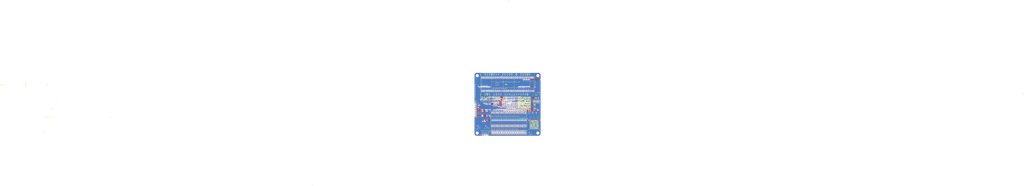
<source format=kicad_pcb>
(kicad_pcb (version 20240108) (generator "pcbnew") (generator_version "8.0")
  (layers (0 "F.Cu" signal) (31 "B.Cu" signal) (34 "B.Paste" user) (35 "F.Paste" user) (36 "B.SilkS" user "B.Silkscreen") (37 "F.SilkS" user "F.Silkscreen") (38 "B.Mask" user) (39 "F.Mask" user) (44 "Edge.Cuts" user))
  (net 0 "")
  (net 1 "GND")
  (net 2 "3V3")
  (net 3 "VCC_SRAM")
  (net 4 "Net-(D3-A)")
  (net 5 "Net-(J3-Pin_4)")
  (net 6 "Net-(D1-A)")
  (net 7 "Net-(J3-Pin_7)")
  (net 8 "Net-(D2-A)")
  (net 9 "EXT_CLK_ACTIVE_LED")
  (net 10 "TEENSY_LISTENING")
  (net 11 "Net-(J3-Pin_3)")
  (net 12 "RESET_CPU_PIN")
  (net 13 "Net-(J3-Pin_5)")
  (net 14 "EXTRA_PIN_1")
  (net 15 "Net-(J3-Pin_6)")
  (net 16 "EXTRA_PIN_2")
  (net 17 "EXT_CLK_PIN")
  (net 18 "Net-(J3-Pin_2)")
  (net 19 "Net-(D31-A)")
  (net 20 "Net-(D32-A)")
  (net 21 "Net-(D33-A)")
  (net 22 "Net-(D34-A)")
  (net 23 "Net-(D35-A)")
  (net 24 "GPIO2_16_LS")
  (net 25 "GPIO1_21_LS")
  (net 26 "GPIO1_17_LS")
  (net 27 "GPIO1_23_LS")
  (net 28 "GPIO2_3_LS")
  (net 29 "GPIO1_28_LS")
  (net 30 "GPIO1_20_LS")
  (net 31 "GPIO2_12_LS")
  (net 32 "GPIO1_18_LS")
  (net 33 "GPIO2_0_LS")
  (net 34 "GPIO1_12_LS")
  (net 35 "GPIO1_22_LS")
  (net 36 "GPIO1_13_LS")
  (net 37 "GPIO1_27_LS")
  (net 38 "GPIO2_28_LS")
  (net 39 "GPIO1_25_LS")
  (net 40 "GPIO2_29_LS")
  (net 41 "GPIO2_1_LS")
  (net 42 "GPIO1_29_LS")
  (net 43 "GPIO2_11_LS")
  (net 44 "GPIO1_2_LS")
  (net 45 "GPIO1_16_LS")
  (net 46 "GPIO2_2_LS")
  (net 47 "GPIO1_26_LS")
  (net 48 "GPIO2_10_LS")
  (net 49 "GPIO1_30_LS")
  (net 50 "GPIO1_24_LS")
  (net 51 "GPIO1_31_LS")
  (net 52 "GPIO1_3_LS")
  (net 53 "GPIO1_19_LS")
  (net 54 "GPIO1_2")
  (net 55 "GPIO1_3")
  (net 56 "GPIO1_12")
  (net 57 "GPIO1_13")
  (net 58 "GPIO1_16")
  (net 59 "GPIO1_17")
  (net 60 "GPIO1_18")
  (net 61 "GPIO1_19")
  (net 62 "GPIO1_20")
  (net 63 "GPIO1_21")
  (net 64 "GPIO1_22")
  (net 65 "GPIO1_23")
  (net 66 "GPIO1_24")
  (net 67 "GPIO1_25")
  (net 68 "GPIO1_26")
  (net 69 "GPIO1_27")
  (net 70 "GPIO1_28")
  (net 71 "GPIO1_29")
  (net 72 "GPIO1_30")
  (net 73 "GPIO1_31")
  (net 74 "GPIO2_0")
  (net 75 "GPIO2_1")
  (net 76 "GPIO2_2")
  (net 77 "GPIO2_3")
  (net 78 "GPIO2_10")
  (net 79 "GPIO2_11")
  (net 80 "GPIO2_12")
  (net 81 "GPIO2_16")
  (net 82 "GPIO2_28")
  (net 83 "GPIO2_29")
  (net 85 "5V")
  (net 86 "5V_control")
  (net 87 "Net-(J1-Pin_1)")
  (net 88 "Net-(J1-Pin_2)")
  (net 89 "EXTRA_PIN_3")
  (net 90 "RX7")
  (net 91 "TX7")
  (net 92 "HIGH_SPEED_CLK_ACTIVE_LED")
  (net 93 "EXTRA_PIN_4")
  (net 94 "Net-(Q2-G)")
  (footprint "Resistor_SMD:R_0603_1608Metric" (layer "F.Cu") (at 144.018 87.947 -90)
    (property "Reference" "R8")
    (property "Value" "330R")
  )
  (footprint "Resistor_SMD:R_0603_1608Metric" (layer "F.Cu") (at 146.558 65.215 90)
    (property "Reference" "R26")
    (property "Value" "330R")
  )
  (footprint "Resistor_SMD:R_0603_1608Metric" (layer "F.Cu") (at 151.638 65.215 -90)
    (property "Reference" "R42")
    (property "Value" "330R")
  )
  (footprint "Resistor_SMD:R_0603_1608Metric" (layer "F.Cu") (at 144.018 65.215 90)
    (property "Reference" "R21")
    (property "Value" "330R")
  )
  (footprint "Resistor_SMD:R_0603_1608Metric" (layer "F.Cu") (at 113.538 87.947 90)
    (property "Reference" "R41")
    (property "Value" "330R")
  )
  (footprint "Package_TO_SOT_SMD:TSOT-23" (layer "F.Cu") (at 172.974 88.392 -90)
    (property "Reference" "Q2")
    (property "Value" "Q_PMOS_GSD")
  )
  (footprint "Resistor_SMD:R_0603_1608Metric" (layer "F.Cu") (at 166.878 87.947 90)
    (property "Reference" "R95")
    (property "Value" "330R")
  )
  (footprint "Resistor_SMD:R_0603_1608Metric" (layer "F.Cu") (at 177.038 109.157 90)
    (property "Reference" "R99")
    (property "Value" "330R")
  )
  (footprint "images:clippers_QR_2" (layer "F.Cu") (at 172.974 122.174)
    (property "Reference" "G***" (hide yes))
    (property "Value" "LOGO" (hide yes))
  )
  (footprint "teensy.pretty-master:Teensy41" (layer "F.Cu") (at 142.764 76.396 180)
    (property "Reference" "U1")
    (property "Value" "Teensy4.1")
  )
  (footprint "Resistor_SMD:R_0603_1608Metric" (layer "F.Cu") (at 126.238 65.215 90)
    (property "Reference" "R20")
    (property "Value" "330R")
  )
  (footprint "Resistor_SMD:R_0603_1608Metric" (layer "F.Cu") (at 166.878 65.215 90)
    (property "Reference" "R1")
    (property "Value" "330R")
  )
  (footprint "Resistor_SMD:R_0603_1608Metric" (layer "F.Cu") (at 118.618 65.215 -90)
    (property "Reference" "R34")
    (property "Value" "330R")
  )
  (footprint "Resistor_SMD:R_0603_1608Metric" (layer "F.Cu") (at 113.538 65.215 90)
    (property "Reference" "R27")
    (property "Value" "330R")
  )
  (footprint "Connector_PinHeader_2.54mm:PinHeader_1x03_P2.54mm_Vertical" (layer "F.Cu") (at 178.054 96.012 -90)
    (property "Reference" "J2")
    (property "Value" "Conn_01x03")
  )
  (footprint "Resistor_SMD:R_0603_1608Metric" (layer "F.Cu") (at 146.558 87.947 -90)
    (property "Reference" "R12")
    (property "Value" "330R")
  )
  (footprint "Resistor_SMD:R_0603_1608Metric" (layer "F.Cu") (at 126.238 87.947 -90)
    (property "Reference" "R17")
    (property "Value" "330R")
  )
  (footprint "Resistor_SMD:R_0603_1608Metric" (layer "F.Cu") (at 154.178 87.947 -90)
    (property "Reference" "R5")
    (property "Value" "330R")
  )
  (footprint "LED_SMD:LED_0805_2012Metric" (layer "F.Cu") (at 119.38 123.8735 90)
    (property "Reference" "D1")
    (property "Value" "LED")
  )
  (footprint "Connector_PinHeader_2.54mm:PinHeader_1x07_P2.54mm_Vertical" (layer "F.Cu") (at 106.426 97.79)
    (property "Reference" "J3")
    (property "Value" "Conn_01x07")
  )
  (footprint "Resistor_SMD:R_0603_1608Metric" (layer "F.Cu") (at 156.718 65.087 -90)
    (property "Reference" "R30")
    (property "Value" "330R")
  )
  (footprint "Resistor_SMD:R_0603_1608Metric" (layer "F.Cu") (at 159.258 87.947 -90)
    (property "Reference" "R16")
    (property "Value" "330R")
  )
  (footprint "LED_SMD:LED_0805_2012Metric" (layer "F.Cu") (at 110.236 123.8735 90)
    (property "Reference" "D3")
    (property "Value" "LED")
  )
  (footprint "LED_SMD:LED_0805_2012Metric" (layer "F.Cu") (at 169.164 131.572 90)
    (property "Reference" "D2")
    (property "Value" "LED")
  )
  (footprint "Resistor_SMD:R_0603_1608Metric" (layer "F.Cu") (at 128.778 65.215 90)
    (property "Reference" "R19")
    (property "Value" "330R")
  )
  (footprint "Resistor_SMD:R_0603_1608Metric" (layer "F.Cu") (at 131.318 65.215 90)
    (property "Reference" "R4")
    (property "Value" "330R")
  )
  (footprint "LED_SMD:LED_0805_2012Metric" (layer "F.Cu") (at 168.91 113.014501 90)
    (property "Reference" "D33")
    (property "Value" "LED")
  )
  (footprint "MountingHole:MountingHole_3.2mm_M3" (layer "F.Cu") (at 108.204 132.08)
    (property "Reference" "H4")
    (property "Value" "MountingHole")
  )
  (footprint "Resistor_SMD:R_0603_1608Metric" (layer "F.Cu") (at 141.478 87.947 -90)
    (property "Reference" "R7")
    (property "Value" "330R")
  )
  (footprint "LED_SMD:LED_0805_2012Metric" (layer "F.Cu") (at 175.514 103.710499 90)
    (property "Reference" "D32")
    (property "Value" "LED")
  )
  (footprint "Resistor_SMD:R_0603_1608Metric" (layer "F.Cu") (at 118.618 87.947 -90)
    (property "Reference" "R31")
    (property "Value" "330R")
  )
  (footprint "Resistor_SMD:R_0603_1608Metric" (layer "F.Cu") (at 121.158 87.947 90)
    (property "Reference" "R38")
    (property "Value" "330R")
  )
  (footprint "Resistor_SMD:R_0603_1608Metric" (layer "F.Cu") (at 168.91 109.157 90)
    (property "Reference" "R97")
    (property "Value" "330R")
  )
  (footprint "MountingHole:MountingHole_3.2mm_M3" (layer "F.Cu") (at 177.292 132.08)
    (property "Reference" "H3")
    (property "Value" "MountingHole")
  )
  (footprint "bigger_dip_socket_holes:DIP-32_W15.24mm_Socket_LongPads" (layer "F.Cu") (at 163.068 108.712 -90)
    (property "Reference" "J5")
    (property "Value" "Conn_02x16_Counter_Clockwise")
  )
  (footprint "Resistor_SMD:R_0603_1608Metric" (layer "F.Cu") (at 133.858 65.215 90)
    (property "Reference" "R3")
    (property "Value" "330R")
  )
  (footprint "Resistor_SMD:R_0603_1608Metric" (layer "F.Cu") (at 149.098 65.215 90)
    (property "Reference" "R28")
    (property "Value" "330R")
  )
  (footprint "Resistor_SMD:R_0603_1608Metric" (layer "F.Cu") (at 131.318 87.947 -90)
    (property "Reference" "R9")
    (property "Value" "330R")
  )
  (footprint "Resistor_SMD:R_0603_1608Metric" (layer "F.Cu") (at 175.514 100.267 90)
    (property "Reference" "R96")
    (property "Value" "330R")
  )
  (footprint "Resistor_SMD:R_0603_1608Metric" (layer "F.Cu") (at 151.638 87.947 -90)
    (property "Reference" "R6")
    (property "Value" "330R")
  )
  (footprint "Resistor_SMD:R_0603_1608Metric" (layer "F.Cu") (at 161.798 65.215 -90)
    (property "Reference" "R36")
    (property "Value" "330R")
  )
  (footprint "Resistor_SMD:R_0603_1608Metric" (layer "F.Cu") (at 123.698 87.947 90)
    (property "Reference" "R43")
    (property "Value" "330R")
  )
  (footprint "Resistor_SMD:R_0603_1608Metric" (layer "F.Cu") (at 138.938 65.215 90)
    (property "Reference" "R22")
    (property "Value" "330R")
  )
  (footprint "LOGO" (layer "F.Cu") (at 161.798 98.044)
    (property "Reference" "G***")
    (property "Value" "LOGO" (hide yes))
  )
  (footprint "LED_SMD:LED_0805_2012Metric" (layer "F.Cu") (at 172.974 113.014501 90)
    (property "Reference" "D34")
    (property "Value" "LED")
  )
  (footprint "Resistor_SMD:R_0603_1608Metric" (layer "F.Cu") (at 149.098 87.947 -90)
    (property "Reference" "R11")
    (property "Value" "330R")
  )
  (footprint "Resistor_SMD:R_0603_1608Metric" (layer "F.Cu") (at 156.718 87.947 -90)
    (property "Reference" "R15")
    (property "Value" "330R")
  )
  (footprint "MountingHole:MountingHole_3.2mm_M3" (layer "F.Cu") (at 108.204 66.548)
    (property "Reference" "H2")
    (property "Value" "MountingHole")
  )
  (footprint "Resistor_SMD:R_0603_1608Metric" (layer "F.Cu") (at 123.698 65.215 -90)
    (property "Reference" "R39")
    (property "Value" "330R")
  )
  (footprint "LED_SMD:LED_0805_2012Metric" (layer "F.Cu") (at 177.038 113.014501 90)
    (property "Reference" "D35")
    (property "Value" "LED")
  )
  (footprint "Resistor_SMD:R_0603_1608Metric" (layer "F.Cu") (at 138.938 87.947 -90)
    (property "Reference" "R24")
    (property "Value" "330R")
  )
  (footprint "MountingHole:MountingHole_3.2mm_M3" (layer "F.Cu") (at 177.292 66.548)
    (property "Reference" "H1")
    (property "Value" "MountingHole")
  )
  (footprint "Resistor_SMD:R_0603_1608Metric" (layer "F.Cu") (at 169.418 65.215 90)
    (property "Reference" "R2")
    (property "Value" "330R")
  )
  (footprint "Resistor_SMD:R_0603_1608Metric" (layer "F.Cu") (at 128.778 87.947 -90)
    (property "Reference" "R18")
    (property "Value" "330R")
  )
  (footprint "Resistor_SMD:R_0603_1608Metric" (layer "F.Cu") (at 164.338 65.215 -90)
    (property "Reference" "R35")
    (property "Value" "330R")
  )
  (footprint "Resistor_SMD:R_0603_1608Metric" (layer "F.Cu") (at 121.158 65.215 -90)
    (property "Reference" "R40")
    (property "Value" "330R")
  )
  (footprint "Resistor_SMD:R_0603_1608Metric" (layer "F.Cu") (at 154.178 65.215 90)
    (property "Reference" "R25")
    (property "Value" "330R")
  )
  (footprint "Resistor_SMD:R_0603_1608Metric" (layer "F.Cu") (at 161.798 87.947 -90)
    (property "Reference" "R13")
    (property "Value" "330R")
  )
  (footprint "Connector_PinHeader_2.54mm:PinHeader_1x03_P2.54mm_Vertical" (layer "F.Cu") (at 115.077 133.858 90)
    (property "Reference" "J1")
    (property "Value" "Conn_01x03")
  )
  (footprint "Resistor_SMD:R_0603_1608Metric" (layer "F.Cu") (at 133.858 87.947 -90)
    (property "Reference" "R10")
    (property "Value" "330R")
  )
  (footprint "Resistor_SMD:R_0603_1608Metric" (layer "F.Cu") (at 141.478 65.215 90)
    (property "Reference" "R23")
    (property "Value" "330R")
  )
  (footprint "Resistor_SMD:R_0603_1608Metric" (layer "F.Cu") (at 159.258 65.215 -90)
    (property "Reference" "R37")
    (property "Value" "330R")
  )
  (footprint "LED_SMD:LED_0805_2012Metric" (layer "F.Cu") (at 178.054 88.059501 -90)
    (property "Reference" "D31")
    (property "Value" "LED")
  )
  (footprint "clockwise_connectors:PinHeader_2x16_P2.54mm_Vertical_clockwise" (layer "F.Cu") (at 163.068 130.048 -90)
    (property "Reference" "J8")
    (property "Value" "Conn_02x16_Counter_Clockwise" (hide yes))
  )
  (footprint "Resistor_SMD:R_0603_1608Metric" (layer "F.Cu") (at 172.974 109.157 90)
    (property "Reference" "R98")
    (property "Value" "330R")
  )
  (footprint "Resistor_SMD:R_0603_1608Metric" (layer "F.Cu") (at 116.078 65.215 -90)
    (property "Reference" "R29")
    (property "Value" "330R")
  )
  (footprint "Resistor_SMD:R_0603_1608Metric" (layer "F.Cu") (at 164.338 87.947 -90)
    (property "Reference" "R14")
    (property "Value" "330R")
  )
  (footprint "Resistor_SMD:R_0603_1608Metric" (layer "F.Cu") (at 116.078 87.947 -90)
    (property "Reference" "R32")
    (property "Value" "330R")
  )
  (gr_line (start 156.718 119.126) (end 156.718 113.284) (stroke (width 0.1)) (layer "F.SilkS"))
  (gr_line (start 126.238 119.126) (end 126.238 113.284) (stroke (width 0.1)) (layer "F.SilkS"))
  (gr_line (start 159.258 119.126) (end 159.258 113.284) (stroke (width 0.1)) (layer "F.SilkS"))
  (gr_line (start 112.522 128.778) (end 122.682 128.778) (stroke (width 0.1)) (layer "F.SilkS"))
  (gr_line (start 146.558 119.126) (end 146.558 113.284) (stroke (width 0.1)) (layer "F.SilkS"))
  (gr_line (start 143.891 119.126) (end 144.018 119.126) (stroke (width 0.1)) (layer "F.SilkS"))
  (gr_line (start 122.682 130.556) (end 112.522 130.556) (stroke (width 0.1)) (layer "F.SilkS"))
  (gr_line (start 141.478 119.126) (end 141.478 113.284) (stroke (width 0.1)) (layer "F.SilkS"))
  (gr_line (start 128.778 119.126) (end 128.778 113.284) (stroke (width 0.1)) (layer "F.SilkS"))
  (gr_rect (start 123.444 113.284) (end 164.338 119.126) (stroke (width 0.1)) (fill none) (layer "F.SilkS"))
  (gr_line (start 122.682 128.778) (end 122.682 130.556) (stroke (width 0.1)) (layer "F.SilkS"))
  (gr_line (start 112.522 130.556) (end 112.522 128.778) (stroke (width 0.1)) (layer "F.SilkS"))
  (gr_line (start 144.018 119.126) (end 144.018 113.284) (stroke (width 0.1)) (layer "F.SilkS"))
  (gr_line (start 154.178 119.126) (end 154.178 113.284) (stroke (width 0.1)) (layer "F.SilkS"))
  (gr_line (start 136.398 119.126) (end 136.398 113.284) (stroke (width 0.1)) (layer "F.SilkS"))
  (gr_line (start 133.858 119.126) (end 133.858 113.284) (stroke (width 0.1)) (layer "F.SilkS"))
  (gr_line (start 138.938 119.126) (end 138.938 113.284) (stroke (width 0.1)) (layer "F.SilkS"))
  (gr_line (start 161.798 119.126) (end 161.798 113.284) (stroke (width 0.1)) (layer "F.SilkS"))
  (gr_line (start 123.444 116.205) (end 164.338 116.205) (stroke (width 0.1)) (layer "F.SilkS"))
  (gr_line (start 151.638 119.126) (end 151.638 113.284) (stroke (width 0.1)) (layer "F.SilkS"))
  (gr_line (start 131.318 119.126) (end 131.318 113.284) (stroke (width 0.1)) (layer "F.SilkS"))
  (gr_line (start 149.098 119.126) (end 149.098 113.284) (stroke (width 0.1)) (layer "F.SilkS"))
  (gr_line (start 177.848 135.636) (end 107.648 135.636) (stroke (width 0.05)) (layer "Edge.Cuts"))
  (gr_line (start 107.648 62.992) (end 177.848 62.992) (stroke (width 0.05)) (layer "Edge.Cuts"))
  (gr_arc (start 104.648 65.992) (mid 105.52668 63.87068) (end 107.648 62.992) (stroke (width 0.05)) (layer "Edge.Cuts"))
  (gr_arc (start 107.648 135.636) (mid 105.52668 134.75732) (end 104.648 132.636) (stroke (width 0.05)) (layer "Edge.Cuts"))
  (gr_arc (start 180.848 132.636) (mid 179.96932 134.75732) (end 177.848 135.636) (stroke (width 0.05)) (layer "Edge.Cuts"))
  (gr_line (start 180.848 65.992) (end 180.848 132.636) (stroke (width 0.05)) (layer "Edge.Cuts"))
  (gr_line (start 104.648 132.636) (end 104.648 65.992) (stroke (width 0.05)) (layer "Edge.Cuts"))
  (gr_arc (start 177.848 62.992) (mid 179.96932 63.87068) (end 180.848 65.992) (stroke (width 0.05)) (layer "Edge.Cuts"))
  (gr_text "A15" (at 159.766 115.062 0) (layer "F.SilkS") (effects (font (size 0.5 0.5) (thickness 0.1)) (justify left bottom)))
  (gr_text "A5" (at 147.32 118.11 0) (layer "F.SilkS") (effects (font (size 0.5 0.5) (thickness 0.1)) (justify left bottom)))
  (gr_text "EXTRA PIN 3" (at 108.458 110.744 0) (layer "F.SilkS") (effects (font (size 0.5 0.5) (thickness 0.1)) (justify left bottom)))
  (gr_text "slower CLK (spy)" (at 116.078 126.746 0) (layer "F.SilkS") (effects (font (size 0.5 0.5) (thickness 0.1)) (justify left bottom)))
  (gr_text "/CS" (at 136.906 115.062 0) (layer "F.SilkS") (effects (font (size 0.5 0.5) (thickness 0.1)) (justify left bottom)))
  (gr_text "/OE" (at 141.986 115.062 0) (layer "F.SilkS") (effects (font (size 0.5 0.5) (thickness 0.1)) (justify left bottom)))
  (gr_text "GND" (at 123.952 118.11 0) (layer "F.SilkS") (effects (font (size 0.5 0.5) (thickness 0.1)) (justify left bottom)))
  (gr_text "EXT CLK" (at 116.078 131.826 0) (layer "F.SilkS") (effects (font (size 0.5 0.5) (thickness 0.1)) (justify left bottom)))
  (gr_text "Normal CLK" (at 107.95 126.746 0) (layer "F.SilkS") (effects (font (size 0.5 0.5) (thickness 0.1)) (justify left bottom)))
  (gr_text "D3" (at 127 118.11 0) (layer "F.SilkS") (effects (font (size 0.5 0.5) (thickness 0.1)) (justify left bottom)))
  (gr_text "Connect to a chip clipper that will connect to your target in circuit" (at 123.19 127.762 0) (layer "F.SilkS") (effects (font (size 0.6 0.6) (thickness 0.1)) (justify left bottom)))
  (gr_text "A4" (at 144.78 118.11 0) (layer "F.SilkS") (effects (font (size 0.5 0.5) (thickness 0.1)) (justify left bottom)))
  (gr_text "/RES" (at 113.284 131.826 0) (layer "F.SilkS") (effects (font (size 0.5 0.5) (thickness 0.1)) (justify left bottom)))
  (gr_text "/OE" (at 172.212 116.078 0) (layer "F.SilkS") (effects (font (size 0.5 0.5) (thickness 0.1)) (justify left bottom)))
  (gr_text "power" (at 175.768 86.106 0) (layer "F.SilkS") (effects (font (size 1 1) (thickness 0.1)) (justify left bottom)))
  (gr_text "(NC: 32-pin chip)" (at 171.958 93.726 0) (layer "F.SilkS") (effects (font (size 0.5 0.5) (thickness 0.1)) (justify left bottom)))
  (gr_text "VCC" (at 174.752 98.552 0) (layer "F.SilkS") (effects (font (size 0.5 0.5) (thickness 0.1)) (justify left bottom)))
  (gr_text "A16" (at 159.766 118.11 0) (layer "F.SilkS") (effects (font (size 0.5 0.5) (thickness 0.1)) (justify left bottom)))
  (gr_text "A14" (at 157.226 118.11 0) (layer "F.SilkS") (effects (font (size 0.5 0.5) (thickness 0.1)) (justify left bottom)))
  (gr_text "Use DIP socket to read or write a parallel memory chip" (at 123.444 106.68 0) (layer "F.SilkS") (effects (font (size 0.6 0.6) (thickness 0.1)) (justify left bottom)))
  (gr_text "EXTRA PIN 1" (at 108.458 105.664 0) (layer "F.SilkS") (effects (font (size 0.5 0.5) (thickness 0.1)) (justify left bottom)))
  (gr_text "A8" (at 149.86 115.062 0) (layer "F.SilkS") (effects (font (size 0.5 0.5) (thickness 0.1)) (justify left bottom)))
  (gr_text "D8" (at 134.62 115.062 0) (layer "F.SilkS") (effects (font (size 0.5 0.5) (thickness 0.1)) (justify left bottom)))
  (gr_text "VCC SRAM" (at 173.482 92.456 0) (layer "F.SilkS") (effects (font (size 0.5 0.5) (thickness 0.1)) (justify left bottom)))
  (gr_text "Made by Sventronics" (at 105.41 75.946 -90) (layer "F.SilkS") (effects (font (size 1 1) (thickness 0.1)) (justify left bottom)))
  (gr_text "A18" (at 162.306 118.11 0) (layer "F.SilkS") (effects (font (size 0.5 0.5) (thickness 0.1)) (justify left bottom)))
  (gr_text "or VCC" (at 156.972 115.824 0) (layer "F.SilkS") (effects (font (size 0.4 0.4) (thickness 0.1)) (justify left bottom)))
  (gr_text "or VCC" (at 159.512 115.824 0) (layer "F.SilkS") (effects (font (size 0.4 0.4) (thickness 0.1)) (justify left bottom)))
  (gr_text "RX7" (at 108.458 100.584 0) (layer "F.SilkS") (effects (font (size 0.5 0.5) (thickness 0.1)) (justify left bottom)))
  (gr_text "D1" (at 132.08 118.11 0) (layer "F.SilkS") (effects (font (size 0.5 0.5) (thickness 0.1)) (justify left bottom)))
  (gr_text "EXTRA PIN 2" (at 108.458 108.204 0) (layer "F.SilkS") (effects (font (size 0.5 0.5) (thickness 0.1)) (justify left bottom)))
  (gr_text "/WE" (at 154.686 115.062 0) (layer "F.SilkS") (effects (font (size 0.5 0.5) (thickness 0.1)) (justify left bottom)))
  (gr_text "D7" (at 132.08 115.062 0) (layer "F.SilkS") (effects (font (size 0.5 0.5) (thickness 0.1)) (justify left bottom)))
  (gr_text "A9" (at 147.32 115.062 0) (layer "F.SilkS") (effects (font (size 0.5 0.5) (thickness 0.1)) (justify left bottom)))
  (gr_text "A10" (at 139.446 115.062 0) (layer "F.SilkS") (effects (font (size 0.5 0.5) (thickness 0.1)) (justify left bottom)))
  (gr_text "TX7" (at 108.458 103.124 0) (layer "F.SilkS") (effects (font (size 0.5 0.5) (thickness 0.1)) (justify left bottom)))
  (gr_text "A11" (at 144.526 115.062 0) (layer "F.SilkS") (effects (font (size 0.5 0.5) (thickness 0.1)) (justify left bottom)))
  (gr_text "A0" (at 134.62 118.11 0) (layer "F.SilkS") (effects (font (size 0.5 0.5) (thickness 0.1)) (justify left bottom)))
  (gr_text "Intended for test clips by 3M" (at 166.116 128.27 0) (layer "F.SilkS") (effects (font (size 0.6 0.6) (thickness 0.1)) (justify left bottom)))
  (gr_text "spying" (at 167.894 134.2875 0) (layer "F.SilkS") (effects (font (size 0.5 0.5) (thickness 0.1)) (justify left bottom)))
  (gr_text "Pinout of pinheader below, the DIP socket has mirrored pinout of this" (at 123.952 113.03 0) (layer "F.SilkS") (effects (font (size 0.6 0.6) (thickness 0.1)) (justify left bottom)))
  (gr_text "PMT Leech" (at 111.252 95.25 0) (layer "F.SilkS") (effects (font (size 4 4) (thickness 0.5)) (justify left bottom)))
  (gr_text "A1" (at 137.16 118.11 0) (layer "F.SilkS") (effects (font (size 0.5 0.5) (thickness 0.1)) (justify left bottom)))
  (gr_text "/CS" (at 167.894 116.078 0) (layer "F.SilkS") (effects (font (size 0.5 0.5) (thickness 0.1)) (justify left bottom)))
  (gr_text "D6" (at 129.54 115.062 0) (layer "F.SilkS") (effects (font (size 0.5 0.5) (thickness 0.1)) (justify left bottom)))
  (gr_text "A2" (at 139.7 118.11 0) (layer "F.SilkS") (effects (font (size 0.5 0.5) (thickness 0.1)) (justify left bottom)))
  (gr_text "A3" (at 142.24 118.11 0) (layer "F.SilkS") (effects (font (size 0.5 0.5) (thickness 0.1)) (justify left bottom)))
  (gr_text "Attach to target" (at 112.776 130.048 0) (layer "F.SilkS") (effects (font (size 0.8 0.8) (thickness 0.1)) (justify left bottom)))
  (gr_text "GND" (at 120.396 131.826 0) (layer "F.SilkS") (effects (font (size 0.5 0.5) (thickness 0.1)) (justify left bottom)))
  (gr_text "D4" (at 124.206 115.062 0) (layer "F.SilkS") (effects (font (size 0.5 0.5) (thickness 0.1)) (justify left bottom)))
  (gr_text "A Parallel Memory Transactions monitor" (at 112.014 97.282 0) (layer "F.SilkS") (effects (font (size 1 1) (thickness 0.1)) (justify left bottom)))
  (gr_text "D2" (at 129.54 118.11 0) (layer "F.SilkS") (effects (font (size 0.5 0.5) (thickness 0.1)) (justify left bottom)))
  (gr_text "A6" (at 149.86 118.11 0) (layer "F.SilkS") (effects (font (size 0.5 0.5) (thickness 0.1)) (justify left bottom)))
  (gr_text "A7" (at 152.4 118.11 0) (layer "F.SilkS") (effects (font (size 0.5 0.5) (thickness 0.1)) (justify left bottom)))
  (gr_text "A17" (at 157.226 115.062 0) (layer "F.SilkS") (effects (font (size 0.5 0.5) (thickness 0.1)) (justify left bottom)))
  (gr_text "VCC" (at 162.306 115.062 0) (layer "F.SilkS") (effects (font (size 0.5 0.5) (thickness 0.1)) (justify left bottom)))
  (gr_text "A13" (at 152.146 115.062 0) (layer "F.SilkS") (effects (font (size 0.5 0.5) (thickness 0.1)) (justify left bottom)))
  (gr_text "A12" (at 154.686 118.11 0) (layer "F.SilkS") (effects (font (size 0.5 0.5) (thickness 0.1)) (justify left bottom)))
  (gr_text "Put a Teensy 4.1 with 2x8MB PSRAM soldered e.g. APS6404L-3SQR" (at 125.476 74.168 0) (layer "F.SilkS") (effects (font (size 0.6 0.6) (thickness 0.1)) (justify left bottom)))
  (gr_text "28-pin" (at 171.45 98.552 0) (layer "F.SilkS") (effects (font (size 0.5 0.5) (thickness 0.1)) (justify left bottom)))
  (gr_text "/WE" (at 176.276 116.078 0) (layer "F.SilkS") (effects (font (size 0.5 0.5) (thickness 0.1)) (justify left bottom)))
  (gr_text "EXTRA PIN 4" (at 108.458 113.284 0) (layer "F.SilkS") (effects (font (size 0.5 0.5) (thickness 0.1)) (justify left bottom)))
  (gr_text "This 16 MB extra RAM is only required for Emulation / chip read and chip write\nSpying doesn't need this extra RAM" (at 125.476 81.534 0) (layer "F.SilkS") (effects (font (size 0.6 0.6) (thickness 0.1)) (justify left bottom)))
  (gr_text "D5" (at 127 115.062 0) (layer "F.SilkS") (effects (font (size 0.5 0.5) (thickness 0.1)) (justify left bottom)))
  (gr_text "30-pin\n" (at 176.784 98.552 0) (layer "F.SilkS") (effects (font (size 0.5 0.5) (thickness 0.1)) (justify left bottom)))
  (gr_text "GND" (at 108.458 98.044 0) (layer "F.SilkS") (effects (font (size 0.5 0.5) (thickness 0.1)) (justify left bottom)))
  (segment (start 124.968 132.588) (end 123.818 131.438) (width 0.2) (layer "F.Cu") (net 1))
  (segment (start 123.818 131.438) (end 123.818 109.862) (width 0.2) (layer "F.Cu") (net 1))
  (segment (start 123.818 109.862) (end 124.968 108.712) (width 0.2) (layer "F.Cu") (net 1))
  (segment (start 166.894 87.106) (end 166.878 87.122) (width 0.2) (layer "F.Cu") (net 2))
  (segment (start 166.894 84.016) (end 166.894 87.106) (width 0.2) (layer "F.Cu") (net 2))
  (segment (start 164.168 103.97) (end 164.084 103.886) (width 0.2) (layer "F.Cu") (net 3))
  (segment (start 164.168 122.852) (end 164.168 103.97) (width 0.2) (layer "F.Cu") (net 3))
  (segment (start 173.99 103.886) (end 173.99 100.33) (width 0.2) (layer "F.Cu") (net 3))
  (segment (start 175.514 99.442) (end 175.514 96.012) (width 0.2) (layer "F.Cu") (net 3))
  (segment (start 174.878 99.442) (end 175.514 99.442) (width 0.2) (layer "F.Cu") (net 3))
  (segment (start 163.068 123.952) (end 164.168 122.852) (width 0.2) (layer "F.Cu") (net 3))
  (segment (start 173.99 100.33) (end 174.878 99.442) (width 0.2) (layer "F.Cu") (net 3))
  (segment (start 175.514 92.242) (end 172.974 89.702) (width 0.2) (layer "F.Cu") (net 3))
  (segment (start 175.514 96.012) (end 175.514 92.242) (width 0.2) (layer "F.Cu") (net 3))
  (segment (start 163.068 123.952) (end 163.068 130.048) (width 0.2) (layer "F.Cu") (net 3))
  (via (at 173.99 103.886) (size 0.6) (drill 0.3) (layers "F.Cu" "B.Cu") (net 3))
  (via (at 164.084 103.886) (size 0.6) (drill 0.3) (layers "F.Cu" "B.Cu") (net 3))
  (segment (start 164.084 103.886) (end 173.99 103.886) (width 0.2) (layer "B.Cu") (net 3))
  (segment (start 110.236 122.936) (end 113.538 119.634) (width 0.2) (layer "F.Cu") (net 4))
  (segment (start 113.538 119.634) (end 113.538 88.772) (width 0.2) (layer "F.Cu") (net 4))
  (segment (start 123.444 91.002) (end 123.444 105.41) (width 0.2) (layer "F.Cu") (net 5))
  (segment (start 159.258 64.39) (end 158.174 65.474) (width 0.2) (layer "F.Cu") (net 5))
  (segment (start 158.174 89.290314) (end 157.388 90.076314) (width 0.2) (layer "F.Cu") (net 5))
  (segment (start 157.388 90.076314) (end 157.388 90.932) (width 0.2) (layer "F.Cu") (net 5))
  (segment (start 158.174 65.474) (end 158.174 89.290314) (width 0.2) (layer "F.Cu") (net 5))
  (via (at 123.444 105.41) (size 0.6) (drill 0.3) (layers "F.Cu" "B.Cu") (net 5))
  (via (at 157.388 90.932) (size 0.6) (drill 0.3) (layers "F.Cu" "B.Cu") (net 5))
  (via (at 123.444 91.002) (size 0.6) (drill 0.3) (layers "F.Cu" "B.Cu") (net 5))
  (segment (start 157.388 90.932) (end 157.318 91.002) (width 0.2) (layer "B.Cu") (net 5))
  (segment (start 157.318 91.002) (end 123.444 91.002) (width 0.2) (layer "B.Cu") (net 5))
  (segment (start 123.444 105.41) (end 106.426 105.41) (width 0.2) (layer "B.Cu") (net 5))
  (segment (start 117.534 106.309268) (end 117.534 65.474) (width 0.2) (layer "F.Cu") (net 6))
  (segment (start 119.38 108.155268) (end 117.534 106.309268) (width 0.2) (layer "F.Cu") (net 6))
  (segment (start 119.38 122.936) (end 119.38 108.155268) (width 0.2) (layer "F.Cu") (net 6))
  (segment (start 117.534 65.474) (end 118.618 64.39) (width 0.2) (layer "F.Cu") (net 6))
  (segment (start 122.682 89.788) (end 122.682 113.03) (width 0.2) (layer "F.Cu") (net 7))
  (segment (start 123.698 88.772) (end 122.682 89.788) (width 0.2) (layer "F.Cu") (net 7))
  (via (at 122.682 113.03) (size 0.6) (drill 0.3) (layers "F.Cu" "B.Cu") (net 7))
  (segment (start 122.682 113.03) (end 106.426 113.03) (width 0.2) (layer "B.Cu") (net 7))
  (segment (start 163.068 92.71) (end 163.068 94.488) (width 0.2) (layer "F.Cu") (net 8))
  (segment (start 164.338 64.39) (end 163.068 65.66) (width 0.2) (layer "F.Cu") (net 8))
  (segment (start 166.878 94.488) (end 166.878 128.3485) (width 0.2) (layer "F.Cu") (net 8))
  (segment (start 163.068 65.66) (end 163.068 92.71) (width 0.2) (layer "F.Cu") (net 8))
  (segment (start 166.878 128.3485) (end 169.164 130.6345) (width 0.2) (layer "F.Cu") (net 8))
  (via (at 163.068 94.488) (size 0.6) (drill 0.3) (layers "F.Cu" "B.Cu") (net 8))
  (via (at 166.878 94.488) (size 0.6) (drill 0.3) (layers "F.Cu" "B.Cu") (net 8))
  (segment (start 163.068 94.488) (end 166.878 94.488) (width 0.2) (layer "B.Cu") (net 8))
  (segment (start 118.634 68.776) (end 118.634 66.056) (width 0.2) (layer "F.Cu") (net 9))
  (segment (start 118.634 66.056) (end 118.618 66.04) (width 0.2) (layer "F.Cu") (net 9))
  (segment (start 164.354 68.776) (end 164.354 66.056) (width 0.2) (layer "F.Cu") (net 10))
  (segment (start 164.354 66.056) (end 164.338 66.04) (width 0.2) (layer "F.Cu") (net 10))
  (segment (start 120.074 78.672) (end 120.142 78.74) (width 0.2) (layer "F.Cu") (net 11))
  (segment (start 121.158 64.39) (end 120.074 65.474) (width 0.2) (layer "F.Cu") (net 11))
  (segment (start 120.074 65.474) (end 120.074 78.672) (width 0.2) (layer "F.Cu") (net 11))
  (segment (start 109.474 78.74) (end 109.474 102.87) (width 0.2) (layer "F.Cu") (net 11))
  (via (at 109.474 102.87) (size 0.6) (drill 0.3) (layers "F.Cu" "B.Cu") (net 11))
  (via (at 120.142 78.74) (size 0.6) (drill 0.3) (layers "F.Cu" "B.Cu") (net 11))
  (via (at 109.474 78.74) (size 0.6) (drill 0.3) (layers "F.Cu" "B.Cu") (net 11))
  (segment (start 120.142 78.74) (end 109.474 78.74) (width 0.2) (layer "B.Cu") (net 11))
  (segment (start 109.474 102.87) (end 106.426 102.87) (width 0.2) (layer "B.Cu") (net 11))
  (segment (start 161.814 66.056) (end 161.798 66.04) (width 0.2) (layer "F.Cu") (net 12))
  (segment (start 161.814 68.776) (end 161.814 66.056) (width 0.2) (layer "F.Cu") (net 12))
  (segment (start 119.888 91.694) (end 119.888 107.188) (width 0.2) (layer "F.Cu") (net 13))
  (segment (start 151.638 64.39) (end 150.368 65.66) (width 0.2) (layer "F.Cu") (net 13))
  (segment (start 150.368 65.66) (end 150.368 91.602) (width 0.2) (layer "F.Cu") (net 13))
  (via (at 119.888 91.694) (size 0.6) (drill 0.3) (layers "F.Cu" "B.Cu") (net 13))
  (via (at 150.368 91.602) (size 0.6) (drill 0.3) (layers "F.Cu" "B.Cu") (net 13))
  (via (at 119.888 107.188) (size 0.6) (drill 0.3) (layers "F.Cu" "B.Cu") (net 13))
  (segment (start 119.796 91.602) (end 119.888 91.694) (width 0.2) (layer "B.Cu") (net 13))
  (segment (start 107.188 107.188) (end 106.426 107.95) (width 0.2) (layer "B.Cu") (net 13))
  (segment (start 119.888 107.188) (end 107.188 107.188) (width 0.2) (layer "B.Cu") (net 13))
  (segment (start 119.726 91.602) (end 119.796 91.602) (width 0.2) (layer "B.Cu") (net 13))
  (segment (start 150.368 91.602) (end 119.726 91.602) (width 0.2) (layer "B.Cu") (net 13))
  (segment (start 159.274 66.056) (end 159.258 66.04) (width 0.2) (layer "F.Cu") (net 14))
  (segment (start 159.274 68.776) (end 159.274 66.056) (width 0.2) (layer "F.Cu") (net 14))
  (segment (start 121.158 88.772) (end 121.666 89.28) (width 0.2) (layer "F.Cu") (net 15))
  (segment (start 121.666 89.28) (end 122.874 88.072) (width 0.2) (layer "F.Cu") (net 15))
  (segment (start 121.666 89.28) (end 121.666 111.76) (width 0.2) (layer "F.Cu") (net 15))
  (via (at 121.666 111.76) (size 0.6) (drill 0.3) (layers "F.Cu" "B.Cu") (net 15))
  (segment (start 121.666 111.76) (end 107.696 111.76) (width 0.2) (layer "B.Cu") (net 15))
  (segment (start 107.696 111.76) (end 106.426 110.49) (width 0.2) (layer "B.Cu") (net 15))
  (segment (start 151.654 66.056) (end 151.638 66.04) (width 0.2) (layer "F.Cu") (net 16))
  (segment (start 151.654 68.776) (end 151.654 66.056) (width 0.2) (layer "F.Cu") (net 16))
  (segment (start 116.078 66.04) (end 116.078 66.294) (width 0.2) (layer "F.Cu") (net 17))
  (segment (start 116.094 66.31) (end 116.094 68.776) (width 0.2) (layer "F.Cu") (net 17))
  (segment (start 116.078 66.294) (end 116.094 66.31) (width 0.2) (layer "F.Cu") (net 17))
  (segment (start 110.998 79.502) (end 110.998 100.33) (width 0.2) (layer "F.Cu") (net 18))
  (segment (start 123.698 64.39) (end 122.614 65.474) (width 0.2) (layer "F.Cu") (net 18))
  (segment (start 122.614 79.434) (end 122.682 79.502) (width 0.2) (layer "F.Cu") (net 18))
  (segment (start 122.614 65.474) (end 122.614 79.434) (width 0.2) (layer "F.Cu") (net 18))
  (via (at 122.682 79.502) (size 0.6) (drill 0.3) (layers "F.Cu" "B.Cu") (net 18))
  (via (at 110.998 79.502) (size 0.6) (drill 0.3) (layers "F.Cu" "B.Cu") (net 18))
  (via (at 110.998 100.33) (size 0.6) (drill 0.3) (layers "F.Cu" "B.Cu") (net 18))
  (segment (start 122.682 79.502) (end 110.998 79.502) (width 0.2) (layer "B.Cu") (net 18))
  (segment (start 110.998 100.33) (end 105.664 100.33) (width 0.2) (layer "B.Cu") (net 18))
  (segment (start 178.054 91.948) (end 178.054 88.997002) (width 0.2) (layer "F.Cu") (net 19))
  (segment (start 166.878 88.772) (end 166.878 91.948) (width 0.2) (layer "F.Cu") (net 19))
  (via (at 166.878 91.948) (size 0.6) (drill 0.3) (layers "F.Cu" "B.Cu") (net 19))
  (via (at 178.054 91.948) (size 0.6) (drill 0.3) (layers "F.Cu" "B.Cu") (net 19))
  (segment (start 166.878 91.948) (end 178.054 91.948) (width 0.2) (layer "B.Cu") (net 19))
  (segment (start 175.514 102.772998) (end 175.514 101.092) (width 0.2) (layer "F.Cu") (net 20))
  (segment (start 168.91 112.077) (end 168.91 109.982) (width 0.2) (layer "F.Cu") (net 21))
  (segment (start 172.974 112.077) (end 172.974 109.982) (width 0.2) (layer "F.Cu") (net 22))
  (segment (start 177.038 112.077) (end 177.038 109.982) (width 0.2) (layer "F.Cu") (net 23))
  (segment (start 149.098 64.39) (end 148.014 65.474) (width 0.2) (layer "F.Cu") (net 24))
  (segment (start 124.968 110.686314) (end 124.968 123.952) (width 0.2) (layer "F.Cu") (net 24))
  (segment (start 126.238 109.416314) (end 124.968 110.686314) (width 0.2) (layer "F.Cu") (net 24))
  (segment (start 148.014 100.582) (end 147.828 100.768) (width 0.2) (layer "F.Cu") (net 24))
  (segment (start 124.968 123.952) (end 124.968 130.048) (width 0.2) (layer "F.Cu") (net 24))
  (segment (start 126.238 100.838) (end 126.238 109.416314) (width 0.2) (layer "F.Cu") (net 24))
  (segment (start 148.014 65.474) (end 148.014 100.582) (width 0.2) (layer "F.Cu") (net 24))
  (via (at 147.828 100.768) (size 0.6) (drill 0.3) (layers "F.Cu" "B.Cu") (net 24))
  (via (at 126.238 100.838) (size 0.6) (drill 0.3) (layers "F.Cu" "B.Cu") (net 24))
  (segment (start 147.828 100.768) (end 126.308 100.768) (width 0.2) (layer "B.Cu") (net 24))
  (segment (start 126.308 100.768) (end 126.238 100.838) (width 0.2) (layer "B.Cu") (net 24))
  (segment (start 133.858 88.772) (end 133.858 93.98) (width 0.2) (layer "F.Cu") (net 25))
  (segment (start 151.468 109.586314) (end 150.368 110.686314) (width 0.2) (layer "F.Cu") (net 25))
  (segment (start 152.238 107.096) (end 151.468 107.866) (width 0.2) (layer "F.Cu") (net 25))
  (segment (start 152.238 93.98) (end 152.238 107.096) (width 0.2) (layer "F.Cu") (net 25))
  (segment (start 151.468 107.866) (end 151.468 109.586314) (width 0.2) (layer "F.Cu") (net 25))
  (segment (start 150.368 110.686314) (end 150.368 123.952) (width 0.2) (layer "F.Cu") (net 25))
  (segment (start 150.368 123.952) (end 150.368 130.048) (width 0.2) (layer "F.Cu") (net 25))
  (via (at 133.858 93.98) (size 0.6) (drill 0.3) (layers "F.Cu" "B.Cu") (net 25))
  (via (at 152.238 93.98) (size 0.6) (drill 0.3) (layers "F.Cu" "B.Cu") (net 25))
  (segment (start 133.858 93.98) (end 152.238 93.98) (width 0.2) (layer "B.Cu") (net 25))
  (segment (start 145.288 103.724) (end 145.288 108.712) (width 0.2) (layer "F.Cu") (net 26))
  (segment (start 144.138 131.438) (end 144.138 109.862) (width 0.2) (layer "F.Cu") (net 26))
  (segment (start 144.138 109.862) (end 145.288 108.712) (width 0.2) (layer "F.Cu") (net 26))
  (segment (start 151.638 88.772) (end 151.638 103.724) (width 0.2) (layer "F.Cu") (net 26))
  (segment (start 145.288 132.588) (end 144.138 131.438) (width 0.2) (layer "F.Cu") (net 26))
  (via (at 151.638 103.724) (size 0.6) (drill 0.3) (layers "F.Cu" "B.Cu") (net 26))
  (via (at 145.288 103.724) (size 0.6) (drill 0.3) (layers "F.Cu" "B.Cu") (net 26))
  (segment (start 151.638 103.724) (end 145.288 103.724) (width 0.2) (layer "B.Cu") (net 26))
  (segment (start 140.208 123.952) (end 140.208 130.048) (width 0.2) (layer "F.Cu") (net 27))
  (segment (start 141.732 96.012) (end 141.648 96.096) (width 0.2) (layer "F.Cu") (net 27))
  (segment (start 140.208 110.686314) (end 140.208 123.952) (width 0.2) (layer "F.Cu") (net 27))
  (segment (start 141.732 95.504) (end 141.732 96.012) (width 0.2) (layer "F.Cu") (net 27))
  (segment (start 141.648 109.246314) (end 140.208 110.686314) (width 0.2) (layer "F.Cu") (net 27))
  (segment (start 141.648 96.096) (end 141.648 109.246314) (width 0.2) (layer "F.Cu") (net 27))
  (segment (start 146.558 88.772) (end 146.558 95.504) (width 0.2) (layer "F.Cu") (net 27))
  (via (at 146.558 95.504) (size 0.6) (drill 0.3) (layers "F.Cu" "B.Cu") (net 27))
  (via (at 141.732 95.504) (size 0.6) (drill 0.3) (layers "F.Cu" "B.Cu") (net 27))
  (segment (start 146.558 95.504) (end 141.732 95.504) (width 0.2) (layer "B.Cu") (net 27))
  (segment (start 136.652 96.266) (end 136.568 96.35) (width 0.2) (layer "F.Cu") (net 28))
  (segment (start 136.568 109.246314) (end 135.128 110.686314) (width 0.2) (layer "F.Cu") (net 28))
  (segment (start 136.652 95.504) (end 136.652 96.266) (width 0.2) (layer "F.Cu") (net 28))
  (segment (start 135.128 110.686314) (end 135.128 123.952) (width 0.2) (layer "F.Cu") (net 28))
  (segment (start 136.568 96.35) (end 136.568 109.246314) (width 0.2) (layer "F.Cu") (net 28))
  (segment (start 138.938 88.772) (end 138.938 95.504) (width 0.2) (layer "F.Cu") (net 28))
  (segment (start 135.128 123.952) (end 135.128 130.048) (width 0.2) (layer "F.Cu") (net 28))
  (via (at 136.652 95.504) (size 0.6) (drill 0.3) (layers "F.Cu" "B.Cu") (net 28))
  (via (at 138.938 95.504) (size 0.6) (drill 0.3) (layers "F.Cu" "B.Cu") (net 28))
  (segment (start 138.938 95.504) (end 136.652 95.504) (width 0.2) (layer "B.Cu") (net 28))
  (segment (start 126.838 89.372) (end 126.238 88.772) (width 0.2) (layer "F.Cu") (net 29))
  (segment (start 160.528 123.952) (end 160.528 110.667635) (width 0.2) (layer "F.Cu") (net 29))
  (segment (start 160.528 110.667635) (end 161.628 109.567635) (width 0.2) (layer "F.Cu") (net 29))
  (segment (start 178.054 105.664) (end 178.054 96.012) (width 0.2) (layer "F.Cu") (net 29))
  (segment (start 161.628 105.748) (end 161.544 105.664) (width 0.2) (layer "F.Cu") (net 29))
  (segment (start 126.838 105.664) (end 126.838 89.372) (width 0.2) (layer "F.Cu") (net 29))
  (segment (start 161.628 109.567635) (end 161.628 105.748) (width 0.2) (layer "F.Cu") (net 29))
  (segment (start 160.528 123.952) (end 160.528 130.048) (width 0.2) (layer "F.Cu") (net 29))
  (via (at 178.054 105.664) (size 0.6) (drill 0.3) (layers "F.Cu" "B.Cu") (net 29))
  (via (at 126.838 105.664) (size 0.6) (drill 0.3) (layers "F.Cu" "B.Cu") (net 29))
  (via (at 161.544 105.664) (size 0.6) (drill 0.3) (layers "F.Cu" "B.Cu") (net 29))
  (segment (start 161.544 105.664) (end 126.838 105.664) (width 0.2) (layer "B.Cu") (net 29))
  (segment (start 161.544 105.664) (end 178.054 105.664) (width 0.2) (layer "B.Cu") (net 29))
  (segment (start 152.908 132.588) (end 151.758 131.438) (width 0.2) (layer "F.Cu") (net 30))
  (segment (start 130.888 104.57) (end 130.902 104.556) (width 0.2) (layer "F.Cu") (net 30))
  (segment (start 152.908 108.712) (end 152.908 104.902) (width 0.2) (layer "F.Cu") (net 30))
  (segment (start 130.902 104.556) (end 130.902 89.188) (width 0.2) (layer "F.Cu") (net 30))
  (segment (start 151.758 131.438) (end 151.758 109.862) (width 0.2) (layer "F.Cu") (net 30))
  (segment (start 130.888 104.902) (end 130.888 104.57) (width 0.2) (layer "F.Cu") (net 30))
  (segment (start 151.758 109.862) (end 152.908 108.712) (width 0.2) (layer "F.Cu") (net 30))
  (segment (start 130.902 89.188) (end 131.318 88.772) (width 0.2) (layer "F.Cu") (net 30))
  (via (at 130.888 104.902) (size 0.6) (drill 0.3) (layers "F.Cu" "B.Cu") (net 30))
  (via (at 152.908 104.902) (size 0.6) (drill 0.3) (layers "F.Cu" "B.Cu") (net 30))
  (segment (start 130.91 104.924) (end 130.888 104.902) (width 0.2) (layer "B.Cu") (net 30))
  (segment (start 152.886 104.924) (end 130.91 104.924) (width 0.2) (layer "B.Cu") (net 30))
  (segment (start 152.908 104.902) (end 152.886 104.924) (width 0.2) (layer "B.Cu") (net 30))
  (segment (start 112.268 94.234) (end 112.268 65.66) (width 0.2) (layer "F.Cu") (net 31))
  (segment (start 128.778 109.397635) (end 128.778 94.234) (width 0.2) (layer "F.Cu") (net 31))
  (segment (start 127.508 123.952) (end 127.508 130.048) (width 0.2) (layer "F.Cu") (net 31))
  (segment (start 127.508 123.952) (end 127.508 110.667635) (width 0.2) (layer "F.Cu") (net 31))
  (segment (start 113.538 64.39) (end 112.268 65.66) (width 0.2) (layer "F.Cu") (net 31))
  (segment (start 127.508 110.667635) (end 128.778 109.397635) (width 0.2) (layer "F.Cu") (net 31))
  (via (at 112.268 94.234) (size 0.6) (drill 0.3) (layers "F.Cu" "B.Cu") (net 31))
  (via (at 128.778 94.234) (size 0.6) (drill 0.3) (layers "F.Cu" "B.Cu") (net 31))
  (segment (start 128.778 94.234) (end 112.268 94.234) (width 0.2) (layer "B.Cu") (net 31))
  (segment (start 140.808 103.978) (end 140.97 104.14) (width 0.2) (layer "F.Cu") (net 32))
  (segment (start 141.478 88.772) (end 140.808 89.442) (width 0.2) (layer "F.Cu") (net 32))
  (segment (start 140.808 89.442) (end 140.808 103.978) (width 0.2) (layer "F.Cu") (net 32))
  (segment (start 146.678 131.438) (end 146.678 109.862) (width 0.2) (layer "F.Cu") (net 32))
  (segment (start 146.678 109.862) (end 147.828 108.712) (width 0.2) (layer "F.Cu") (net 32))
  (segment (start 147.828 104.324) (end 147.828 108.712) (width 0.2) (layer "F.Cu") (net 32))
  (segment (start 147.828 132.588) (end 146.678 131.438) (width 0.2) (layer "F.Cu") (net 32))
  (via (at 147.828 104.324) (size 0.6) (drill 0.3) (layers "F.Cu" "B.Cu") (net 32))
  (via (at 140.97 104.14) (size 0.6) (drill 0.3) (layers "F.Cu" "B.Cu") (net 32))
  (segment (start 140.97 104.14) (end 141.154 104.324) (width 0.2) (layer "B.Cu") (net 32))
  (segment (start 141.154 104.324) (end 147.828 104.324) (width 0.2) (layer "B.Cu") (net 32))
  (segment (start 142.934 100.1) (end 143.002 100.168) (width 0.2) (layer "F.Cu") (net 33))
  (segment (start 177.038 108.332) (end 177.038 106.264) (width 0.2) (layer "F.Cu") (net 33))
  (segment (start 142.934 65.474) (end 142.934 100.1) (width 0.2) (layer "F.Cu") (net 33))
  (segment (start 155.448 123.952) (end 155.448 130.048) (width 0.2) (layer "F.Cu") (net 33))
  (segment (start 155.448 110.686314) (end 155.448 123.952) (width 0.2) (layer "F.Cu") (net 33))
  (segment (start 156.718 100.076) (end 156.718 109.416314) (width 0.2) (layer "F.Cu") (net 33))
  (segment (start 144.018 64.39) (end 142.934 65.474) (width 0.2) (layer "F.Cu") (net 33))
  (segment (start 156.718 109.416314) (end 155.448 110.686314) (width 0.2) (layer "F.Cu") (net 33))
  (via (at 156.718 106.264) (size 0.6) (drill 0.3) (layers "F.Cu" "B.Cu") (net 33))
  (via (at 156.718 100.076) (size 0.6) (drill 0.3) (layers "F.Cu" "B.Cu") (net 33))
  (via (at 143.002 100.168) (size 0.6) (drill 0.3) (layers "F.Cu" "B.Cu") (net 33))
  (via (at 177.038 106.264) (size 0.6) (drill 0.3) (layers "F.Cu" "B.Cu") (net 33))
  (segment (start 156.626 100.168) (end 156.718 100.076) (width 0.2) (layer "B.Cu") (net 33))
  (segment (start 177.038 106.264) (end 156.718 106.264) (width 0.2) (layer "B.Cu") (net 33))
  (segment (start 143.002 100.168) (end 156.626 100.168) (width 0.2) (layer "B.Cu") (net 33))
  (segment (start 137.668 132.588) (end 136.518 131.438) (width 0.2) (layer "F.Cu") (net 34))
  (segment (start 136.518 131.438) (end 136.518 109.862) (width 0.2) (layer "F.Cu") (net 34))
  (segment (start 132.774 98.83) (end 132.842 98.898) (width 0.2) (layer "F.Cu") (net 34))
  (segment (start 136.518 109.862) (end 137.668 108.712) (width 0.2) (layer "F.Cu") (net 34))
  (segment (start 132.774 65.474) (end 132.774 98.83) (width 0.2) (layer "F.Cu") (net 34))
  (segment (start 133.858 64.39) (end 132.774 65.474) (width 0.2) (layer "F.Cu") (net 34))
  (segment (start 137.668 98.898) (end 137.668 108.712) (width 0.2) (layer "F.Cu") (net 34))
  (via (at 137.668 98.898) (size 0.6) (drill 0.3) (layers "F.Cu" "B.Cu") (net 34))
  (via (at 132.842 98.898) (size 0.6) (drill 0.3) (layers "F.Cu" "B.Cu") (net 34))
  (segment (start 132.842 98.898) (end 137.668 98.898) (width 0.2) (layer "B.Cu") (net 34))
  (segment (start 147.828 110.686314) (end 147.828 123.952) (width 0.2) (layer "F.Cu") (net 35))
  (segment (start 149.098 88.772) (end 149.098 109.416314) (width 0.2) (layer "F.Cu") (net 35))
  (segment (start 149.098 109.416314) (end 147.828 110.686314) (width 0.2) (layer "F.Cu") (net 35))
  (segment (start 147.828 123.952) (end 147.828 130.048) (width 0.2) (layer "F.Cu") (net 35))
  (segment (start 139.058 109.862) (end 140.208 108.712) (width 0.2) (layer "F.Cu") (net 36))
  (segment (start 131.318 64.39) (end 130.234 65.474) (width 0.2) (layer "F.Cu") (net 36))
  (segment (start 140.208 98.298) (end 140.208 108.712) (width 0.2) (layer "F.Cu") (net 36))
  (segment (start 139.058 131.438) (end 139.058 109.862) (width 0.2) (layer "F.Cu") (net 36))
  (segment (start 130.234 65.474) (end 130.234 98.23) (width 0.2) (layer "F.Cu") (net 36))
  (segment (start 140.208 132.588) (end 139.058 131.438) (width 0.2) (layer "F.Cu") (net 36))
  (segment (start 130.234 98.23) (end 130.302 98.298) (width 0.2) (layer "F.Cu") (net 36))
  (via (at 130.302 98.298) (size 0.6) (drill 0.3) (layers "F.Cu" "B.Cu") (net 36))
  (via (at 140.208 98.298) (size 0.6) (drill 0.3) (layers "F.Cu" "B.Cu") (net 36))
  (segment (start 130.302 98.298) (end 140.208 98.298) (width 0.2) (layer "B.Cu") (net 36))
  (segment (start 159.258 88.772) (end 157.988 90.042) (width 0.2) (layer "F.Cu") (net 37))
  (segment (start 157.988 132.588) (end 156.598 131.198) (width 0.2) (layer "F.Cu") (net 37))
  (segment (start 156.598 131.198) (end 156.598 110.102) (width 0.2) (layer "F.Cu") (net 37))
  (segment (start 157.988 90.042) (end 157.988 108.712) (width 0.2) (layer "F.Cu") (net 37))
  (segment (start 156.598 110.102) (end 157.988 108.712) (width 0.2) (layer "F.Cu") (net 37))
  (segment (start 130.048 132.588) (end 128.898 131.438) (width 0.2) (layer "F.Cu") (net 38))
  (segment (start 118.618 99.06) (end 118.618 88.772) (width 0.2) (layer "F.Cu") (net 38))
  (segment (start 128.898 109.862) (end 130.048 108.712) (width 0.2) (layer "F.Cu") (net 38))
  (segment (start 128.898 131.438) (end 128.898 109.862) (width 0.2) (layer "F.Cu") (net 38))
  (segment (start 130.048 108.712) (end 130.048 99.06) (width 0.2) (layer "F.Cu") (net 38))
  (via (at 130.048 99.06) (size 0.6) (drill 0.3) (layers "F.Cu" "B.Cu") (net 38))
  (via (at 118.618 99.06) (size 0.6) (drill 0.3) (layers "F.Cu" "B.Cu") (net 38))
  (segment (start 130.048 99.06) (end 118.618 99.06) (width 0.2) (layer "B.Cu") (net 38))
  (segment (start 154.058 131.198) (end 154.058 110.102) (width 0.2) (layer "F.Cu") (net 39))
  (segment (start 164.338 88.772) (end 164.338 103.054) (width 0.2) (layer "F.Cu") (net 39))
  (segment (start 154.058 110.102) (end 155.448 108.712) (width 0.2) (layer "F.Cu") (net 39))
  (segment (start 155.448 103.124) (end 155.448 108.712) (width 0.2) (layer "F.Cu") (net 39))
  (segment (start 155.448 132.588) (end 154.058 131.198) (width 0.2) (layer "F.Cu") (net 39))
  (via (at 155.448 103.124) (size 0.6) (drill 0.3) (layers "F.Cu" "B.Cu") (net 39))
  (via (at 164.338 103.054) (size 0.6) (drill 0.3) (layers "F.Cu" "B.Cu") (net 39))
  (segment (start 164.338 103.054) (end 155.518 103.054) (width 0.2) (layer "B.Cu") (net 39))
  (segment (start 155.518 103.054) (end 155.448 103.124) (width 0.2) (layer "B.Cu") (net 39))
  (segment (start 126.358 109.862) (end 127.508 108.712) (width 0.2) (layer "F.Cu") (net 40))
  (segment (start 127.508 132.588) (end 126.358 131.438) (width 0.2) (layer "F.Cu") (net 40))
  (segment (start 126.358 131.438) (end 126.358 109.862) (width 0.2) (layer "F.Cu") (net 40))
  (segment (start 127.508 108.712) (end 127.508 98.46) (width 0.2) (layer "F.Cu") (net 40))
  (segment (start 116.078 98.298) (end 116.078 88.772) (width 0.2) (layer "F.Cu") (net 40))
  (via (at 116.078 98.298) (size 0.6) (drill 0.3) (layers "F.Cu" "B.Cu") (net 40))
  (via (at 127.508 98.46) (size 0.6) (drill 0.3) (layers "F.Cu" "B.Cu") (net 40))
  (segment (start 116.24 98.46) (end 116.078 98.298) (width 0.2) (layer "B.Cu") (net 40))
  (segment (start 127.508 98.46) (end 116.24 98.46) (width 0.2) (layer "B.Cu") (net 40))
  (segment (start 172.974 108.332) (end 172.974 99.568) (width 0.2) (layer "F.Cu") (net 41))
  (segment (start 137.854 88.875648) (end 138.268 89.289648) (width 0.2) (layer "F.Cu") (net 41))
  (segment (start 138.268 89.289648) (end 138.268 99.568) (width 0.2) (layer "F.Cu") (net 41))
  (segment (start 144.018 109.416314) (end 142.748 110.686314) (width 0.2) (layer "F.Cu") (net 41))
  (segment (start 142.748 123.952) (end 142.748 130.048) (width 0.2) (layer "F.Cu") (net 41))
  (segment (start 144.018 99.568) (end 144.018 109.416314) (width 0.2) (layer "F.Cu") (net 41))
  (segment (start 142.748 110.686314) (end 142.748 123.952) (width 0.2) (layer "F.Cu") (net 41))
  (segment (start 137.854 65.474) (end 137.854 88.875648) (width 0.2) (layer "F.Cu") (net 41))
  (segment (start 138.938 64.39) (end 137.854 65.474) (width 0.2) (layer "F.Cu") (net 41))
  (via (at 144.018 99.568) (size 0.6) (drill 0.3) (layers "F.Cu" "B.Cu") (net 41))
  (via (at 138.268 99.568) (size 0.6) (drill 0.3) (layers "F.Cu" "B.Cu") (net 41))
  (via (at 172.974 99.568) (size 0.6) (drill 0.3) (layers "F.Cu" "B.Cu") (net 41))
  (segment (start 144.11 99.476) (end 144.018 99.568) (width 0.2) (layer "B.Cu") (net 41))
  (segment (start 172.882 99.476) (end 144.11 99.476) (width 0.2) (layer "B.Cu") (net 41))
  (segment (start 138.268 99.568) (end 144.018 99.568) (width 0.2) (layer "B.Cu") (net 41))
  (segment (start 172.974 99.568) (end 172.882 99.476) (width 0.2) (layer "B.Cu") (net 41))
  (segment (start 128.778 92.964) (end 128.778 88.772) (width 0.2) (layer "F.Cu") (net 42))
  (segment (start 160.528 108.712) (end 160.528 93.472) (width 0.2) (layer "F.Cu") (net 42))
  (segment (start 160.528 132.588) (end 159.138 131.198) (width 0.2) (layer "F.Cu") (net 42))
  (segment (start 159.138 110.102) (end 160.528 108.712) (width 0.2) (layer "F.Cu") (net 42))
  (segment (start 159.138 131.198) (end 159.138 110.102) (width 0.2) (layer "F.Cu") (net 42))
  (segment (start 129.032 93.218) (end 128.778 92.964) (width 0.2) (layer "F.Cu") (net 42))
  (via (at 160.528 93.472) (size 0.6) (drill 0.3) (layers "F.Cu" "B.Cu") (net 42))
  (via (at 129.032 93.218) (size 0.6) (drill 0.3) (layers "F.Cu" "B.Cu") (net 42))
  (segment (start 129.194 93.38) (end 129.032 93.218) (width 0.2) (layer "B.Cu") (net 42))
  (segment (start 160.528 93.472) (end 160.436 93.38) (width 0.2) (layer "B.Cu") (net 42))
  (segment (start 160.436 93.38) (end 129.194 93.38) (width 0.2) (layer "B.Cu") (net 42))
  (segment (start 145.288 65.66) (end 145.288 96.174) (width 0.2) (layer "F.Cu") (net 43))
  (segment (start 130.048 110.686314) (end 130.048 123.952) (width 0.2) (layer "F.Cu") (net 43))
  (segment (start 131.826 96.174) (end 131.826 96.774) (width 0.2) (layer "F.Cu") (net 43))
  (segment (start 146.558 64.39) (end 145.288 65.66) (width 0.2) (layer "F.Cu") (net 43))
  (segment (start 131.488 109.246314) (end 130.048 110.686314) (width 0.2) (layer "F.Cu") (net 43))
  (segment (start 131.826 96.774) (end 131.488 97.112) (width 0.2) (layer "F.Cu") (net 43))
  (segment (start 130.048 123.952) (end 130.048 130.048) (width 0.2) (layer "F.Cu") (net 43))
  (segment (start 131.488 97.112) (end 131.488 109.246314) (width 0.2) (layer "F.Cu") (net 43))
  (via (at 131.826 96.174) (size 0.6) (drill 0.3) (layers "F.Cu" "B.Cu") (net 43))
  (via (at 145.288 96.174) (size 0.6) (drill 0.3) (layers "F.Cu" "B.Cu") (net 43))
  (segment (start 145.288 96.174) (end 131.826 96.174) (width 0.2) (layer "B.Cu") (net 43))
  (segment (start 132.588 102.108) (end 132.588 108.712) (width 0.2) (layer "F.Cu") (net 44))
  (segment (start 166.878 64.39) (end 165.608 65.66) (width 0.2) (layer "F.Cu") (net 44))
  (segment (start 132.588 132.588) (end 131.438 131.438) (width 0.2) (layer "F.Cu") (net 44))
  (segment (start 131.438 131.438) (end 131.438 109.862) (width 0.2) (layer "F.Cu") (net 44))
  (segment (start 131.438 109.862) (end 132.588 108.712) (width 0.2) (layer "F.Cu") (net 44))
  (segment (start 165.608 65.66) (end 165.608 101.854) (width 0.2) (layer "F.Cu") (net 44))
  (via (at 165.608 101.854) (size 0.6) (drill 0.3) (layers "F.Cu" "B.Cu") (net 44))
  (via (at 132.588 102.108) (size 0.6) (drill 0.3) (layers "F.Cu" "B.Cu") (net 44))
  (segment (start 132.728 101.968) (end 132.588 102.108) (width 0.2) (layer "B.Cu") (net 44))
  (segment (start 165.494 101.968) (end 132.728 101.968) (width 0.2) (layer "B.Cu") (net 44))
  (segment (start 165.608 101.854) (end 165.494 101.968) (width 0.2) (layer "B.Cu") (net 44))
  (segment (start 141.598 131.438) (end 141.598 109.862) (width 0.2) (layer "F.Cu") (net 45))
  (segment (start 154.178 88.772) (end 154.178 90.17) (width 0.2) (layer "F.Cu") (net 45))
  (segment (start 142.748 132.588) (end 141.598 131.438) (width 0.2) (layer "F.Cu") (net 45))
  (segment (start 153.67 90.678) (end 153.67 103.124) (width 0.2) (layer "F.Cu") (net 45))
  (segment (start 154.178 90.17) (end 153.67 90.678) (width 0.2) (layer "F.Cu") (net 45))
  (segment (start 141.598 109.862) (end 142.748 108.712) (width 0.2) (layer "F.Cu") (net 45))
  (segment (start 142.748 103.378) (end 142.748 108.712) (width 0.2) (layer "F.Cu") (net 45))
  (via (at 142.748 103.378) (size 0.6) (drill 0.3) (layers "F.Cu" "B.Cu") (net 45))
  (via (at 153.67 103.124) (size 0.6) (drill 0.3) (layers "F.Cu" "B.Cu") (net 45))
  (segment (start 153.67 103.124) (end 143.002 103.124) (width 0.2) (layer "B.Cu") (net 45))
  (segment (start 143.002 103.124) (end 142.748 103.378) (width 0.2) (layer "B.Cu") (net 45))
  (segment (start 141.478 64.39) (end 140.394 65.474) (width 0.2) (layer "F.Cu") (net 46))
  (segment (start 140.394 97.263471) (end 138.909157 98.748314) (width 0.2) (layer "F.Cu") (net 46))
  (segment (start 138.909157 98.748314) (end 138.909157 106.934) (width 0.2) (layer "F.Cu") (net 46))
  (segment (start 137.668 123.952) (end 137.668 130.048) (width 0.2) (layer "F.Cu") (net 46))
  (segment (start 137.668 110.686314) (end 137.668 123.952) (width 0.2) (layer "F.Cu") (net 46))
  (segment (start 140.394 65.474) (end 140.394 97.263471) (width 0.2) (layer "F.Cu") (net 46))
  (segment (start 138.909157 106.934) (end 138.909157 109.445157) (width 0.2) (layer "F.Cu") (net 46))
  (segment (start 168.91 108.332) (end 168.91 106.864) (width 0.2) (layer "F.Cu") (net 46))
  (segment (start 138.909157 109.445157) (end 137.668 110.686314) (width 0.2) (layer "F.Cu") (net 46))
  (via (at 168.91 106.864) (size 0.6) (drill 0.3) (layers "F.Cu" "B.Cu") (net 46))
  (via (at 138.909157 106.934) (size 0.6) (drill 0.3) (layers "F.Cu" "B.Cu") (net 46))
  (segment (start 138.979157 106.864) (end 138.909157 106.934) (width 0.2) (layer "B.Cu") (net 46))
  (segment (start 168.91 106.864) (end 138.979157 106.864) (width 0.2) (layer "B.Cu") (net 46))
  (segment (start 152.908 110.686314) (end 152.908 123.952) (width 0.2) (layer "F.Cu") (net 47))
  (segment (start 154.348 91.142) (end 154.348 109.246314) (width 0.2) (layer "F.Cu") (net 47))
  (segment (start 152.908 123.952) (end 152.908 130.048) (width 0.2) (layer "F.Cu") (net 47))
  (segment (start 156.718 88.772) (end 154.348 91.142) (width 0.2) (layer "F.Cu") (net 47))
  (segment (start 154.348 109.246314) (end 152.908 110.686314) (width 0.2) (layer "F.Cu") (net 47))
  (segment (start 132.588 123.952) (end 132.588 130.048) (width 0.2) (layer "F.Cu") (net 48))
  (segment (start 153.703 64.39) (end 152.908 65.185) (width 0.2) (layer "F.Cu") (net 48))
  (segment (start 133.858 101.622) (end 133.858 109.416314) (width 0.2) (layer "F.Cu") (net 48))
  (segment (start 133.858 109.416314) (end 132.588 110.686314) (width 0.2) (layer "F.Cu") (net 48))
  (segment (start 134.112 101.368) (end 133.858 101.622) (width 0.2) (layer "F.Cu") (net 48))
  (segment (start 152.908 65.185) (end 152.908 101.092) (width 0.2) (layer "F.Cu") (net 48))
  (segment (start 154.178 64.39) (end 153.703 64.39) (width 0.2) (layer "F.Cu") (net 48))
  (segment (start 132.588 110.686314) (end 132.588 123.952) (width 0.2) (layer "F.Cu") (net 48))
  (via (at 152.908 101.092) (size 0.6) (drill 0.3) (layers "F.Cu" "B.Cu") (net 48))
  (via (at 134.112 101.368) (size 0.6) (drill 0.3) (layers "F.Cu" "B.Cu") (net 48))
  (segment (start 152.908 101.092) (end 152.632 101.368) (width 0.2) (layer "B.Cu") (net 48))
  (segment (start 152.632 101.368) (end 134.112 101.368) (width 0.2) (layer "B.Cu") (net 48))
  (segment (start 159.512 97.536) (end 159.512 98.044) (width 0.2) (layer "F.Cu") (net 49))
  (segment (start 128.778 64.39) (end 127.694 65.474) (width 0.2) (layer "F.Cu") (net 49))
  (segment (start 127.694 65.474) (end 127.694 97.468) (width 0.2) (layer "F.Cu") (net 49))
  (segment (start 157.988 123.952) (end 157.988 130.048) (width 0.2) (layer "F.Cu") (net 49))
  (segment (start 159.512 98.044) (end 159.258 98.298) (width 0.2) (layer "F.Cu") (net 49))
  (segment (start 159.258 109.416314) (end 157.988 110.686314) (width 0.2) (layer "F.Cu") (net 49))
  (segment (start 127.694 97.468) (end 127.762 97.536) (width 0.2) (layer "F.Cu") (net 49))
  (segment (start 157.988 110.686314) (end 157.988 123.952) (width 0.2) (layer "F.Cu") (net 49))
  (segment (start 159.258 98.298) (end 159.258 109.416314) (width 0.2) (layer "F.Cu") (net 49))
  (via (at 159.512 97.536) (size 0.6) (drill 0.3) (layers "F.Cu" "B.Cu") (net 49))
  (via (at 127.762 97.536) (size 0.6) (drill 0.3) (layers "F.Cu" "B.Cu") (net 49))
  (segment (start 159.512 97.536) (end 171.450001 97.536) (width 0.2) (layer "B.Cu") (net 49))
  (segment (start 127.762 97.536) (end 159.512 97.536) (width 0.2) (layer "B.Cu") (net 49))
  (segment (start 171.450001 97.536) (end 172.974001 96.012) (width 0.2) (layer "B.Cu") (net 49))
  (segment (start 146.728 99.398) (end 146.728 109.246314) (width 0.2) (layer "F.Cu") (net 50))
  (segment (start 161.798 88.772) (end 161.798 98.552) (width 0.2) (layer "F.Cu") (net 50))
  (segment (start 145.288 110.686314) (end 145.288 123.952) (width 0.2) (layer "F.Cu") (net 50))
  (segment (start 146.728 109.246314) (end 145.288 110.686314) (width 0.2) (layer "F.Cu") (net 50))
  (segment (start 145.288 123.952) (end 145.288 130.048) (width 0.2) (layer "F.Cu") (net 50))
  (segment (start 146.812 99.314) (end 146.728 99.398) (width 0.2) (layer "F.Cu") (net 50))
  (segment (start 146.812 98.552) (end 146.812 99.314) (width 0.2) (layer "F.Cu") (net 50))
  (via (at 161.798 98.552) (size 0.6) (drill 0.3) (layers "F.Cu" "B.Cu") (net 50))
  (via (at 146.812 98.552) (size 0.6) (drill 0.3) (layers "F.Cu" "B.Cu") (net 50))
  (segment (start 161.798 98.552) (end 146.812 98.552) (width 0.2) (layer "B.Cu") (net 50))
  (segment (start 163.068 96.774) (end 163.068 108.712) (width 0.2) (layer "F.Cu") (net 51))
  (segment (start 161.678 131.198) (end 161.678 110.102) (width 0.2) (layer "F.Cu") (net 51))
  (segment (start 126.238 64.39) (end 125.154 65.474) (width 0.2) (layer "F.Cu") (net 51))
  (segment (start 163.068 132.588) (end 161.678 131.198) (width 0.2) (layer "F.Cu") (net 51))
  (segment (start 125.154 65.474) (end 125.154 96.706) (width 0.2) (layer "F.Cu") (net 51))
  (segment (start 125.154 96.706) (end 125.222 96.774) (width 0.2) (layer "F.Cu") (net 51))
  (segment (start 161.678 110.102) (end 163.068 108.712) (width 0.2) (layer "F.Cu") (net 51))
  (via (at 125.222 96.774) (size 0.6) (drill 0.3) (layers "F.Cu" "B.Cu") (net 51))
  (via (at 163.068 96.774) (size 0.6) (drill 0.3) (layers "F.Cu" "B.Cu") (net 51))
  (segment (start 125.222 96.774) (end 163.068 96.774) (width 0.2) (layer "B.Cu") (net 51))
  (segment (start 167.994 102.262) (end 167.894 102.362) (width 0.2) (layer "F.Cu") (net 52))
  (segment (start 133.978 131.438) (end 133.978 109.862) (width 0.2) (layer "F.Cu") (net 52))
  (segment (start 169.418 64.39) (end 167.994 65.814) (width 0.2) (layer "F.Cu") (net 52))
  (segment (start 135.128 102.616) (end 135.128 108.712) (width 0.2) (layer "F.Cu") (net 52))
  (segment (start 135.128 132.588) (end 133.978 131.438) (width 0.2) (layer "F.Cu") (net 52))
  (segment (start 167.994 65.814) (end 167.994 102.262) (width 0.2) (layer "F.Cu") (net 52))
  (segment (start 133.978 109.862) (end 135.128 108.712) (width 0.2) (layer "F.Cu") (net 52))
  (via (at 135.128 102.616) (size 0.6) (drill 0.3) (layers "F.Cu" "B.Cu") (net 52))
  (via (at 167.894 102.362) (size 0.6) (drill 0.3) (layers "F.Cu" "B.Cu") (net 52))
  (segment (start 167.802 102.454) (end 135.29 102.454) (width 0.2) (layer "B.Cu") (net 52))
  (segment (start 135.29 102.454) (end 135.128 102.616) (width 0.2) (layer "B.Cu") (net 52))
  (segment (start 167.894 102.362) (end 167.802 102.454) (width 0.2) (layer "B.Cu") (net 52))
  (segment (start 150.368 132.588) (end 149.218 131.438) (width 0.2) (layer "F.Cu") (net 53))
  (segment (start 150.368 94.742) (end 150.368 108.712) (width 0.2) (layer "F.Cu") (net 53))
  (segment (start 149.218 131.438) (end 149.218 109.862) (width 0.2) (layer "F.Cu") (net 53))
  (segment (start 149.218 109.862) (end 150.368 108.712) (width 0.2) (layer "F.Cu") (net 53))
  (segment (start 144.018 88.772) (end 144.018 94.742) (width 0.2) (layer "F.Cu") (net 53))
  (via (at 150.368 94.742) (size 0.6) (drill 0.3) (layers "F.Cu" "B.Cu") (net 53))
  (via (at 144.018 94.742) (size 0.6) (drill 0.3) (layers "F.Cu" "B.Cu") (net 53))
  (segment (start 144.018 94.742) (end 150.368 94.742) (width 0.2) (layer "B.Cu") (net 53))
  (segment (start 166.894 68.776) (end 166.894 66.056) (width 0.2) (layer "F.Cu") (net 54))
  (segment (start 166.894 66.056) (end 166.878 66.04) (width 0.2) (layer "F.Cu") (net 54))
  (segment (start 169.434 68.776) (end 169.434 66.056) (width 0.2) (layer "F.Cu") (net 55))
  (segment (start 169.434 66.056) (end 169.418 66.04) (width 0.2) (layer "F.Cu") (net 55))
  (segment (start 133.874 68.776) (end 133.874 66.056) (width 0.2) (layer "F.Cu") (net 56))
  (segment (start 133.874 66.056) (end 133.858 66.04) (width 0.2) (layer "F.Cu") (net 56))
  (segment (start 131.334 66.056) (end 131.318 66.04) (width 0.2) (layer "F.Cu") (net 57))
  (segment (start 131.334 68.776) (end 131.334 66.056) (width 0.2) (layer "F.Cu") (net 57))
  (segment (start 154.194 87.106) (end 154.178 87.122) (width 0.2) (layer "F.Cu") (net 58))
  (segment (start 154.194 84.016) (end 154.194 87.106) (width 0.2) (layer "F.Cu") (net 58))
  (segment (start 151.654 87.106) (end 151.638 87.122) (width 0.2) (layer "F.Cu") (net 59))
  (segment (start 151.654 84.016) (end 151.654 87.106) (width 0.2) (layer "F.Cu") (net 59))
  (segment (start 141.494 84.016) (end 141.494 87.106) (width 0.2) (layer "F.Cu") (net 60))
  (segment (start 141.494 87.106) (end 141.478 87.122) (width 0.2) (layer "F.Cu") (net 60))
  (segment (start 144.034 87.106) (end 144.018 87.122) (width 0.2) (layer "F.Cu") (net 61))
  (segment (start 144.034 84.016) (end 144.034 87.106) (width 0.2) (layer "F.Cu") (net 61))
  (segment (start 131.334 84.016) (end 131.334 87.106) (width 0.2) (layer "F.Cu") (net 62))
  (segment (start 131.334 87.106) (end 131.318 87.122) (width 0.2) (layer "F.Cu") (net 62))
  (segment (start 133.874 87.106) (end 133.858 87.122) (width 0.2) (layer "F.Cu") (net 63))
  (segment (start 133.874 84.016) (end 133.874 87.106) (width 0.2) (layer "F.Cu") (net 63))
  (segment (start 149.114 84.016) (end 149.114 87.106) (width 0.2) (layer "F.Cu") (net 64))
  (segment (start 149.114 87.106) (end 149.098 87.122) (width 0.2) (layer "F.Cu") (net 64))
  (segment (start 146.574 84.016) (end 146.574 87.106) (width 0.2) (layer "F.Cu") (net 65))
  (segment (start 146.574 87.106) (end 146.558 87.122) (width 0.2) (layer "F.Cu") (net 65))
  (segment (start 161.814 87.106) (end 161.798 87.122) (width 0.2) (layer "F.Cu") (net 66))
  (segment (start 161.814 84.016) (end 161.814 87.106) (width 0.2) (layer "F.Cu") (net 66))
  (segment (start 164.354 84.016) (end 164.354 87.106) (width 0.2) (layer "F.Cu") (net 67))
  (segment (start 164.354 87.106) (end 164.338 87.122) (width 0.2) (layer "F.Cu") (net 67))
  (segment (start 156.734 84.016) (end 156.734 87.106) (width 0.2) (layer "F.Cu") (net 68))
  (segment (start 156.734 87.106) (end 156.718 87.122) (width 0.2) (layer "F.Cu") (net 68))
  (segment (start 159.274 87.106) (end 159.258 87.122) (width 0.2) (layer "F.Cu") (net 69))
  (segment (start 159.274 84.016) (end 159.274 87.106) (width 0.2) (layer "F.Cu") (net 69))
  (segment (start 126.254 87.106) (end 126.238 87.122) (width 0.2) (layer "F.Cu") (net 70))
  (segment (start 126.254 84.016) (end 126.254 87.106) (width 0.2) (layer "F.Cu") (net 70))
  (segment (start 128.794 87.106) (end 128.778 87.122) (width 0.2) (layer "F.Cu") (net 71))
  (segment (start 128.794 84.016) (end 128.794 87.106) (width 0.2) (layer "F.Cu") (net 71))
  (segment (start 128.794 68.776) (end 128.794 66.056) (width 0.2) (layer "F.Cu") (net 72))
  (segment (start 128.794 66.056) (end 128.778 66.04) (width 0.2) (layer "F.Cu") (net 72))
  (segment (start 126.254 66.056) (end 126.238 66.04) (width 0.2) (layer "F.Cu") (net 73))
  (segment (start 126.254 68.776) (end 126.254 66.056) (width 0.2) (layer "F.Cu") (net 73))
  (segment (start 144.034 66.056) (end 144.018 66.04) (width 0.2) (layer "F.Cu") (net 74))
  (segment (start 144.034 68.776) (end 144.034 66.056) (width 0.2) (layer "F.Cu") (net 74))
  (segment (start 138.954 66.056) (end 138.938 66.04) (width 0.2) (layer "F.Cu") (net 75))
  (segment (start 138.954 68.776) (end 138.954 66.056) (width 0.2) (layer "F.Cu") (net 75))
  (segment (start 141.494 68.776) (end 141.494 66.056) (width 0.2) (layer "F.Cu") (net 76))
  (segment (start 141.494 66.056) (end 141.478 66.04) (width 0.2) (layer "F.Cu") (net 76))
  (segment (start 138.954 84.016) (end 138.954 87.106) (width 0.2) (layer "F.Cu") (net 77))
  (segment (start 138.954 87.106) (end 138.938 87.122) (width 0.2) (layer "F.Cu") (net 77))
  (segment (start 154.194 68.776) (end 154.194 66.056) (width 0.2) (layer "F.Cu") (net 78))
  (segment (start 154.194 66.056) (end 154.178 66.04) (width 0.2) (layer "F.Cu") (net 78))
  (segment (start 146.574 68.776) (end 146.574 66.056) (width 0.2) (layer "F.Cu") (net 79))
  (segment (start 146.574 66.056) (end 146.558 66.04) (width 0.2) (layer "F.Cu") (net 79))
  (segment (start 113.554 68.776) (end 113.554 66.056) (width 0.2) (layer "F.Cu") (net 80))
  (segment (start 113.554 66.056) (end 113.538 66.04) (width 0.2) (layer "F.Cu") (net 80))
  (segment (start 149.114 68.776) (end 149.114 66.056) (width 0.2) (layer "F.Cu") (net 81))
  (segment (start 149.114 66.056) (end 149.098 66.04) (width 0.2) (layer "F.Cu") (net 81))
  (segment (start 118.634 84.016) (end 118.634 87.106) (width 0.2) (layer "F.Cu") (net 82))
  (segment (start 118.634 87.106) (end 118.618 87.122) (width 0.2) (layer "F.Cu") (net 82))
  (segment (start 116.094 84.016) (end 116.094 87.106) (width 0.2) (layer "F.Cu") (net 83))
  (segment (start 116.094 87.106) (end 116.078 87.122) (width 0.2) (layer "F.Cu") (net 83))
  (segment (start 171.974 87.032) (end 172.024 87.082) (width 0.2) (layer "F.Cu") (net 85))
  (segment (start 171.974 84.016) (end 171.974 87.032) (width 0.2) (layer "F.Cu") (net 85))
  (segment (start 156.734 68.776) (end 156.734 65.928) (width 0.2) (layer "F.Cu") (net 86))
  (segment (start 156.734 65.928) (end 156.718 65.912) (width 0.2) (layer "F.Cu") (net 86))
  (segment (start 161.798 64.39) (end 160.714 65.474) (width 0.2) (layer "F.Cu") (net 87))
  (segment (start 116.332 132.603) (end 116.332 117.348) (width 0.2) (layer "F.Cu") (net 87))
  (segment (start 160.714 71.052) (end 160.782 71.12) (width 0.2) (layer "F.Cu") (net 87))
  (segment (start 180.048 117.348) (end 180.048 71.12) (width 0.2) (layer "F.Cu") (net 87))
  (segment (start 115.077 133.858) (end 116.332 132.603) (width 0.2) (layer "F.Cu") (net 87))
  (segment (start 160.714 65.474) (end 160.714 71.052) (width 0.2) (layer "F.Cu") (net 87))
  (via (at 116.332 117.348) (size 0.6) (drill 0.3) (layers "F.Cu" "B.Cu") (net 87))
  (via (at 160.782 71.12) (size 0.6) (drill 0.3) (layers "F.Cu" "B.Cu") (net 87))
  (via (at 180.048 117.348) (size 0.6) (drill 0.3) (layers "F.Cu" "B.Cu") (net 87))
  (via (at 180.048 71.12) (size 0.6) (drill 0.3) (layers "F.Cu" "B.Cu") (net 87))
  (segment (start 116.332 117.348) (end 180.048 117.348) (width 0.2) (layer "B.Cu") (net 87))
  (segment (start 160.782 71.12) (end 180.048 71.12) (width 0.2) (layer "B.Cu") (net 87))
  (segment (start 114.654 65.814) (end 114.654 118.772) (width 0.2) (layer "F.Cu") (net 88))
  (segment (start 117.617 119.141) (end 117.617 133.858) (width 0.2) (layer "F.Cu") (net 88))
  (segment (start 117.348 118.872) (end 117.617 119.141) (width 0.2) (layer "F.Cu") (net 88))
  (segment (start 116.078 64.39) (end 114.654 65.814) (width 0.2) (layer "F.Cu") (net 88))
  (segment (start 114.654 118.772) (end 114.554 118.872) (width 0.2) (layer "F.Cu") (net 88))
  (via (at 114.554 118.872) (size 0.6) (drill 0.3) (layers "F.Cu" "B.Cu") (net 88))
  (via (at 117.348 118.872) (size 0.6) (drill 0.3) (layers "F.Cu" "B.Cu") (net 88))
  (segment (start 114.554 118.872) (end 117.348 118.872) (width 0.2) (layer "B.Cu") (net 88))
  (segment (start 121.174 87.106) (end 121.158 87.122) (width 0.2) (layer "F.Cu") (net 89))
  (segment (start 121.174 84.016) (end 121.174 87.106) (width 0.2) (layer "F.Cu") (net 89))
  (segment (start 123.714 66.056) (end 123.698 66.04) (width 0.2) (layer "F.Cu") (net 90))
  (segment (start 123.714 68.776) (end 123.714 66.056) (width 0.2) (layer "F.Cu") (net 90))
  (segment (start 121.174 68.776) (end 121.174 66.056) (width 0.2) (layer "F.Cu") (net 91))
  (segment (start 121.174 66.056) (end 121.158 66.04) (width 0.2) (layer "F.Cu") (net 91))
  (segment (start 113.554 84.016) (end 113.554 87.106) (width 0.2) (layer "F.Cu") (net 92))
  (segment (start 113.554 87.106) (end 113.538 87.122) (width 0.2) (layer "F.Cu") (net 92))
  (segment (start 123.714 84.016) (end 123.714 87.106) (width 0.2) (layer "F.Cu") (net 93))
  (segment (start 123.714 87.106) (end 123.698 87.122) (width 0.2) (layer "F.Cu") (net 93))
  (segment (start 173.736 79.248) (end 173.736 79.502) (width 0.2) (layer "F.Cu") (net 94))
  (segment (start 156.718 64.262) (end 155.448 65.532) (width 0.2) (layer "F.Cu") (net 94))
  (segment (start 173.924 79.69) (end 173.924 87.082) (width 0.2) (layer "F.Cu") (net 94))
  (segment (start 155.448 65.532) (end 155.448 79.248) (width 0.2) (layer "F.Cu") (net 94))
  (segment (start 173.736 79.502) (end 173.924 79.69) (width 0.2) (layer "F.Cu") (net 94))
  (via (at 173.736 79.248) (size 0.6) (drill 0.3) (layers "F.Cu" "B.Cu") (net 94))
  (via (at 155.448 79.248) (size 0.6) (drill 0.3) (layers "F.Cu" "B.Cu") (net 94))
  (segment (start 155.448 79.248) (end 173.736 79.248) (width 0.2) (layer "B.Cu") (net 94))
  (zone (net 1) (net_name "GND") (layer "F.Cu") (connect_pads (clearance 0.5)) (min_thickness 0.25) (fill yes (thermal_gap 0.5) (thermal_bridge_width 0.5))
    (polygon (pts (xy 104.902 135.382) (xy 180.594 135.382) (xy 180.594 63.246) (xy 104.902 63.246)))
  )
  (zone (net 1) (net_name "GND") (layer "B.Cu") (priority 1) (connect_pads (clearance 0.5)) (min_thickness 0.25) (fill yes (thermal_gap 0.5) (thermal_bridge_width 0.5))
    (polygon (pts (xy 104.902 63.246) (xy 180.594 63.246) (xy 180.594 135.382) (xy 104.902 135.382)))
  )
)
</source>
